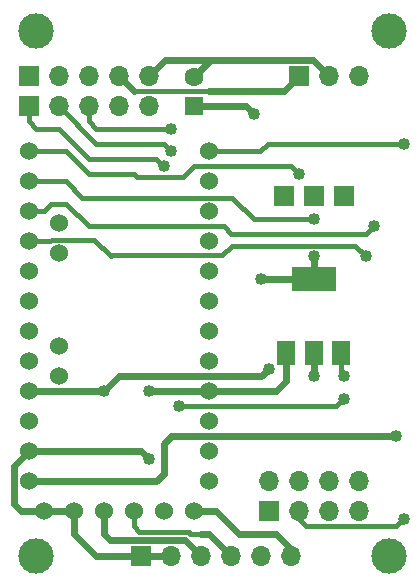
<source format=gbr>
%TF.GenerationSoftware,KiCad,Pcbnew,(5.1.6)-1*%
%TF.CreationDate,2020-12-25T18:58:44-03:00*%
%TF.ProjectId,nRF24L01_Arduino,6e524632-344c-4303-915f-41726475696e,rev?*%
%TF.SameCoordinates,Original*%
%TF.FileFunction,Copper,L1,Top*%
%TF.FilePolarity,Positive*%
%FSLAX46Y46*%
G04 Gerber Fmt 4.6, Leading zero omitted, Abs format (unit mm)*
G04 Created by KiCad (PCBNEW (5.1.6)-1) date 2020-12-25 18:58:44*
%MOMM*%
%LPD*%
G01*
G04 APERTURE LIST*
%TA.AperFunction,ComponentPad*%
%ADD10C,3.000000*%
%TD*%
%TA.AperFunction,ComponentPad*%
%ADD11R,1.700000X1.700000*%
%TD*%
%TA.AperFunction,ComponentPad*%
%ADD12O,1.700000X1.700000*%
%TD*%
%TA.AperFunction,ComponentPad*%
%ADD13C,1.524000*%
%TD*%
%TA.AperFunction,SMDPad,CuDef*%
%ADD14R,3.800000X2.000000*%
%TD*%
%TA.AperFunction,SMDPad,CuDef*%
%ADD15R,1.500000X2.000000*%
%TD*%
%TA.AperFunction,ComponentPad*%
%ADD16R,1.600000X1.600000*%
%TD*%
%TA.AperFunction,ComponentPad*%
%ADD17C,1.600000*%
%TD*%
%TA.AperFunction,ViaPad*%
%ADD18C,1.016000*%
%TD*%
%TA.AperFunction,Conductor*%
%ADD19C,0.609600*%
%TD*%
%TA.AperFunction,Conductor*%
%ADD20C,0.406400*%
%TD*%
G04 APERTURE END LIST*
D10*
%TO.P,J12,1*%
%TO.N,Net-(J12-Pad1)*%
X94615000Y-99060000D03*
%TD*%
%TO.P,J13,1*%
%TO.N,Net-(J13-Pad1)*%
X64770000Y-54610000D03*
%TD*%
%TO.P,J14,1*%
%TO.N,Net-(J14-Pad1)*%
X94615000Y-54610000D03*
%TD*%
%TO.P,J11,1*%
%TO.N,Net-(J11-Pad1)*%
X64770000Y-99060000D03*
%TD*%
D11*
%TO.P,J4,1*%
%TO.N,Earth*%
X73660000Y-99060000D03*
D12*
%TO.P,J4,2*%
X76200000Y-99060000D03*
%TO.P,J4,3*%
%TO.N,Net-(J1-Pad4)*%
X78740000Y-99060000D03*
%TO.P,J4,4*%
%TO.N,Net-(J4-Pad4)*%
X81280000Y-99060000D03*
%TO.P,J4,5*%
%TO.N,Net-(J4-Pad5)*%
X83820000Y-99060000D03*
%TO.P,J4,6*%
%TO.N,Net-(J4-Pad6)*%
X86360000Y-99060000D03*
%TD*%
D13*
%TO.P,Mod1,1*%
%TO.N,Earth*%
X65405000Y-95250000D03*
%TO.P,Mod1,2*%
X67945000Y-95250000D03*
%TO.P,Mod1,3*%
%TO.N,Net-(J1-Pad4)*%
X70485000Y-95250000D03*
%TO.P,Mod1,4*%
%TO.N,Net-(J4-Pad4)*%
X73025000Y-95250000D03*
%TO.P,Mod1,5*%
%TO.N,Net-(J4-Pad5)*%
X75565000Y-95250000D03*
%TO.P,Mod1,6*%
%TO.N,Net-(J4-Pad6)*%
X78105000Y-95250000D03*
%TO.P,Mod1,7*%
%TO.N,Net-(Mod1-Pad7)*%
X79375000Y-92710000D03*
%TO.P,Mod1,8*%
%TO.N,Net-(Mod1-Pad8)*%
X79375000Y-90170000D03*
%TO.P,Mod1,9*%
%TO.N,Net-(Mod1-Pad9)*%
X79375000Y-87630000D03*
%TO.P,Mod1,10*%
%TO.N,Earth*%
X79375000Y-85090000D03*
%TO.P,Mod1,11*%
%TO.N,/~IRQ*%
X79375000Y-82550000D03*
%TO.P,Mod1,12*%
%TO.N,Net-(J1-Pad1)*%
X79375000Y-80010000D03*
%TO.P,Mod1,13*%
%TO.N,Net-(J1-Pad2)*%
X79375000Y-77470000D03*
%TO.P,Mod1,14*%
%TO.N,Net-(J1-Pad3)*%
X79375000Y-74930000D03*
%TO.P,Mod1,15*%
%TO.N,Net-(Mod1-Pad15)*%
X79375000Y-72390000D03*
%TO.P,Mod1,16*%
%TO.N,Net-(Mod1-Pad16)*%
X79375000Y-69850000D03*
%TO.P,Mod1,17*%
%TO.N,Net-(Mod1-Pad17)*%
X79375000Y-67310000D03*
%TO.P,Mod1,18*%
%TO.N,/CE*%
X79375000Y-64770000D03*
%TO.P,Mod1,19*%
%TO.N,Net-(J3-Pad3)*%
X64135000Y-92710000D03*
%TO.P,Mod1,20*%
%TO.N,Earth*%
X64135000Y-90170000D03*
%TO.P,Mod1,21*%
%TO.N,Net-(Mod1-Pad21)*%
X64135000Y-87630000D03*
%TO.P,Mod1,22*%
%TO.N,Net-(J1-Pad4)*%
X64135000Y-85090000D03*
%TO.P,Mod1,23*%
%TO.N,Net-(Mod1-Pad23)*%
X64135000Y-82550000D03*
%TO.P,Mod1,24*%
%TO.N,Net-(J2-Pad3)*%
X64135000Y-80010000D03*
%TO.P,Mod1,25*%
%TO.N,Net-(J2-Pad2)*%
X64135000Y-77470000D03*
%TO.P,Mod1,26*%
%TO.N,Net-(J2-Pad1)*%
X64135000Y-74930000D03*
%TO.P,Mod1,27*%
%TO.N,/SCK*%
X64135000Y-72390000D03*
%TO.P,Mod1,28*%
%TO.N,/MISO*%
X64135000Y-69850000D03*
%TO.P,Mod1,29*%
%TO.N,/MOSI*%
X64135000Y-67310000D03*
%TO.P,Mod1,30*%
%TO.N,/CSN-CS*%
X64135000Y-64770000D03*
%TO.P,Mod1,31*%
%TO.N,N/C*%
X66675000Y-83820000D03*
%TO.P,Mod1,32*%
X66675000Y-81280000D03*
%TO.P,Mod1,34*%
X66675000Y-73406000D03*
%TO.P,Mod1,35*%
X66675000Y-70866000D03*
%TD*%
D14*
%TO.P,CI1,2*%
%TO.N,Net-(C1-Pad1)*%
X88265000Y-75590000D03*
D15*
X88265000Y-81890000D03*
%TO.P,CI1,3*%
%TO.N,Net-(CI1-Pad3)*%
X90565000Y-81890000D03*
%TO.P,CI1,1*%
%TO.N,Earth*%
X85965000Y-81890000D03*
%TD*%
D11*
%TO.P,J1,1*%
%TO.N,Net-(J1-Pad1)*%
X64135000Y-60960000D03*
D12*
%TO.P,J1,2*%
%TO.N,Net-(J1-Pad2)*%
X66675000Y-60960000D03*
%TO.P,J1,3*%
%TO.N,Net-(J1-Pad3)*%
X69215000Y-60960000D03*
%TO.P,J1,4*%
%TO.N,Net-(J1-Pad4)*%
X71755000Y-60960000D03*
%TO.P,J1,5*%
%TO.N,Earth*%
X74295000Y-60960000D03*
%TD*%
%TO.P,J2,5*%
%TO.N,Earth*%
X74295000Y-58420000D03*
%TO.P,J2,4*%
%TO.N,Net-(J1-Pad4)*%
X71755000Y-58420000D03*
%TO.P,J2,3*%
%TO.N,Net-(J2-Pad3)*%
X69215000Y-58420000D03*
%TO.P,J2,2*%
%TO.N,Net-(J2-Pad2)*%
X66675000Y-58420000D03*
D11*
%TO.P,J2,1*%
%TO.N,Net-(J2-Pad1)*%
X64135000Y-58420000D03*
%TD*%
%TO.P,JP1,1*%
%TO.N,Net-(J3-Pad3)*%
X90805000Y-68580000D03*
%TO.P,JP1,2*%
%TO.N,Net-(CI1-Pad3)*%
X88265000Y-68580000D03*
%TO.P,JP1,3*%
%TO.N,Net-(J1-Pad4)*%
X85725000Y-68580000D03*
%TD*%
%TO.P,Mod2,1*%
%TO.N,Earth*%
X84455000Y-95250000D03*
D12*
%TO.P,Mod2,2*%
%TO.N,Net-(C1-Pad1)*%
X84455000Y-92710000D03*
%TO.P,Mod2,3*%
%TO.N,/CE*%
X86995000Y-95250000D03*
%TO.P,Mod2,4*%
%TO.N,/CSN-CS*%
X86995000Y-92710000D03*
%TO.P,Mod2,5*%
%TO.N,/SCK*%
X89535000Y-95250000D03*
%TO.P,Mod2,6*%
%TO.N,/MOSI*%
X89535000Y-92710000D03*
%TO.P,Mod2,7*%
%TO.N,/MISO*%
X92075000Y-95250000D03*
%TO.P,Mod2,8*%
%TO.N,/~IRQ*%
X92075000Y-92710000D03*
%TD*%
D16*
%TO.P,C1,1*%
%TO.N,Net-(C1-Pad1)*%
X78105000Y-60960000D03*
D17*
%TO.P,C1,2*%
%TO.N,Earth*%
X78105000Y-58460000D03*
%TD*%
D11*
%TO.P,J3,1*%
%TO.N,Net-(J1-Pad4)*%
X86995000Y-58420000D03*
D12*
%TO.P,J3,2*%
%TO.N,Earth*%
X89535000Y-58420000D03*
%TO.P,J3,3*%
%TO.N,Net-(J3-Pad3)*%
X92075000Y-58420000D03*
%TD*%
D18*
%TO.N,Net-(C1-Pad1)*%
X83185000Y-61595000D03*
X83820000Y-75565000D03*
X88265000Y-73660000D03*
X88265000Y-83820000D03*
%TO.N,Net-(CI1-Pad3)*%
X90805000Y-83820000D03*
%TO.N,Earth*%
X74295000Y-85090000D03*
X74295000Y-90805000D03*
%TO.N,Net-(J1-Pad1)*%
X75565000Y-66040000D03*
%TO.N,Net-(J1-Pad2)*%
X76200000Y-64770000D03*
%TO.N,Net-(J1-Pad3)*%
X76200000Y-62865000D03*
%TO.N,Net-(J1-Pad4)*%
X70485000Y-85090000D03*
X84455000Y-83185000D03*
%TO.N,/~IRQ*%
X76835000Y-86360000D03*
X90805000Y-85725000D03*
%TO.N,/CE*%
X95885000Y-95885000D03*
X95885000Y-64135000D03*
%TO.N,/SCK*%
X92710000Y-73660000D03*
%TO.N,/MISO*%
X93345000Y-71120000D03*
%TO.N,/MOSI*%
X88265000Y-70485000D03*
%TO.N,/CSN-CS*%
X86995000Y-66675000D03*
%TO.N,Net-(J3-Pad3)*%
X95250000Y-88900000D03*
%TD*%
D19*
%TO.N,Net-(C1-Pad1)*%
X78105000Y-60960000D02*
X82550000Y-60960000D01*
X82550000Y-60960000D02*
X83185000Y-61595000D01*
X88240000Y-75565000D02*
X88265000Y-75590000D01*
X83820000Y-75565000D02*
X88240000Y-75565000D01*
X88265000Y-73660000D02*
X88265000Y-75590000D01*
X88265000Y-81890000D02*
X88265000Y-83820000D01*
D20*
%TO.N,Net-(CI1-Pad3)*%
X90565000Y-83580000D02*
X90805000Y-83820000D01*
X90565000Y-81890000D02*
X90565000Y-83580000D01*
D19*
%TO.N,Earth*%
X75649801Y-57065199D02*
X74295000Y-58420000D01*
X89535000Y-58420000D02*
X88180199Y-57065199D01*
X74295000Y-85090000D02*
X79375000Y-85090000D01*
X85965000Y-81890000D02*
X85965000Y-84215000D01*
X85965000Y-84215000D02*
X85090000Y-85090000D01*
X85090000Y-85090000D02*
X79375000Y-85090000D01*
X64135000Y-90170000D02*
X62865000Y-91440000D01*
X62865000Y-91440000D02*
X62865000Y-94615000D01*
X62865000Y-94615000D02*
X63500000Y-95250000D01*
X63500000Y-95250000D02*
X65405000Y-95250000D01*
X65405000Y-95250000D02*
X67945000Y-95250000D01*
X64135000Y-90170000D02*
X73660000Y-90170000D01*
X73660000Y-90170000D02*
X74295000Y-90805000D01*
X79499801Y-57065199D02*
X80094801Y-57065199D01*
X88180199Y-57065199D02*
X80094801Y-57065199D01*
X78105000Y-58460000D02*
X79499801Y-57065199D01*
X80094801Y-57065199D02*
X75649801Y-57065199D01*
X73660000Y-99060000D02*
X69850000Y-99060000D01*
X69850000Y-99060000D02*
X67945000Y-97155000D01*
X67945000Y-97155000D02*
X67945000Y-95250000D01*
X76200000Y-99060000D02*
X73660000Y-99060000D01*
D20*
%TO.N,Net-(J1-Pad1)*%
X74930000Y-65405000D02*
X69215000Y-65405000D01*
X66675000Y-62865000D02*
X64770000Y-62865000D01*
X75565000Y-66040000D02*
X74930000Y-65405000D01*
X69215000Y-65405000D02*
X66675000Y-62865000D01*
X64135000Y-62230000D02*
X64135000Y-60960000D01*
X64770000Y-62865000D02*
X64135000Y-62230000D01*
%TO.N,Net-(J1-Pad2)*%
X69850000Y-64135000D02*
X66675000Y-60960000D01*
X76200000Y-64770000D02*
X75565000Y-64135000D01*
X75565000Y-64135000D02*
X69850000Y-64135000D01*
%TO.N,Net-(J1-Pad3)*%
X76200000Y-62865000D02*
X69850000Y-62865000D01*
X69850000Y-62865000D02*
X69215000Y-62230000D01*
X69215000Y-62230000D02*
X69215000Y-60960000D01*
D19*
%TO.N,Net-(J1-Pad4)*%
X70485000Y-85090000D02*
X64135000Y-85090000D01*
X71755000Y-83820000D02*
X70485000Y-85090000D01*
X84455000Y-83185000D02*
X83820000Y-83820000D01*
X83820000Y-83820000D02*
X71755000Y-83820000D01*
X71755000Y-58420000D02*
X73025000Y-59690000D01*
D20*
X73025000Y-59690000D02*
X79375000Y-59690000D01*
D19*
X85725000Y-59690000D02*
X86995000Y-58420000D01*
X79375000Y-59690000D02*
X85725000Y-59690000D01*
X70485000Y-97155000D02*
X70485000Y-95250000D01*
X71035199Y-97705199D02*
X70485000Y-97155000D01*
X78740000Y-99060000D02*
X77385199Y-97705199D01*
X77385199Y-97705199D02*
X71035199Y-97705199D01*
D20*
%TO.N,/~IRQ*%
X76835000Y-86360000D02*
X90170000Y-86360000D01*
X90170000Y-86360000D02*
X90805000Y-85725000D01*
X90805000Y-85725000D02*
X90805000Y-85725000D01*
%TO.N,/CE*%
X86995000Y-95250000D02*
X86995000Y-95885000D01*
X86995000Y-95885000D02*
X87630000Y-96520000D01*
X87630000Y-96520000D02*
X95250000Y-96520000D01*
X95250000Y-96520000D02*
X95885000Y-95885000D01*
X95885000Y-95885000D02*
X95885000Y-95885000D01*
X83741422Y-64770000D02*
X79375000Y-64770000D01*
X84376422Y-64135000D02*
X83741422Y-64770000D01*
X95885000Y-64135000D02*
X84376422Y-64135000D01*
%TO.N,/SCK*%
X66121463Y-72252799D02*
X69712799Y-72252799D01*
X64135000Y-72390000D02*
X65984262Y-72390000D01*
X65984262Y-72390000D02*
X66121463Y-72252799D01*
X69712799Y-72252799D02*
X71120000Y-73660000D01*
X71224799Y-73555201D02*
X80540201Y-73555201D01*
X71120000Y-73660000D02*
X71224799Y-73555201D01*
X81346603Y-72748799D02*
X91798799Y-72748799D01*
X80540201Y-73555201D02*
X81346603Y-72748799D01*
X91798799Y-72748799D02*
X92710000Y-73660000D01*
X92710000Y-73660000D02*
X92710000Y-73660000D01*
%TO.N,/MISO*%
X65405000Y-69850000D02*
X64135000Y-69850000D01*
X66040000Y-69215000D02*
X65405000Y-69850000D01*
X67310000Y-69215000D02*
X66040000Y-69215000D01*
X92710000Y-71755000D02*
X81280000Y-71755000D01*
X93345000Y-71120000D02*
X92710000Y-71755000D01*
X81280000Y-71755000D02*
X80645000Y-71120000D01*
X80645000Y-71120000D02*
X69215000Y-71120000D01*
X69215000Y-71120000D02*
X67310000Y-69215000D01*
%TO.N,/MOSI*%
X81384799Y-68684799D02*
X83185000Y-70485000D01*
X68684799Y-68684799D02*
X81384799Y-68684799D01*
X64135000Y-67310000D02*
X67310000Y-67310000D01*
X67310000Y-67310000D02*
X68684799Y-68684799D01*
X83185000Y-70485000D02*
X88265000Y-70485000D01*
X88265000Y-70485000D02*
X88265000Y-70485000D01*
%TO.N,/CSN-CS*%
X64135000Y-64770000D02*
X67310000Y-64770000D01*
X67310000Y-64770000D02*
X69215000Y-66675000D01*
X69215000Y-66675000D02*
X73025000Y-66675000D01*
X73301201Y-66951201D02*
X77193799Y-66951201D01*
X73025000Y-66675000D02*
X73301201Y-66951201D01*
X77193799Y-66951201D02*
X78105000Y-66040000D01*
X78105000Y-66040000D02*
X86360000Y-66040000D01*
X86360000Y-66040000D02*
X86995000Y-66675000D01*
X86995000Y-66675000D02*
X86995000Y-66675000D01*
D19*
%TO.N,Net-(J3-Pad3)*%
X95250000Y-88900000D02*
X76835000Y-88900000D01*
X64135000Y-92710000D02*
X74930000Y-92710000D01*
X74930000Y-92710000D02*
X75565000Y-92075000D01*
X75565000Y-92075000D02*
X75565000Y-89535000D01*
X75565000Y-89535000D02*
X76200000Y-88900000D01*
X76200000Y-88900000D02*
X76835000Y-88900000D01*
%TO.N,Net-(J4-Pad4)*%
X81280000Y-99060000D02*
X79375000Y-97155000D01*
X79375000Y-97155000D02*
X78740000Y-97155000D01*
D20*
X77836277Y-97155000D02*
X77678466Y-96997189D01*
X78740000Y-97155000D02*
X77836277Y-97155000D01*
X77678466Y-96997189D02*
X73502189Y-96997189D01*
X73502189Y-96997189D02*
X73025000Y-96520000D01*
X73025000Y-96520000D02*
X73025000Y-95250000D01*
D19*
%TO.N,Net-(J4-Pad6)*%
X80010000Y-95250000D02*
X78105000Y-95250000D01*
X81915000Y-97155000D02*
X80010000Y-95250000D01*
X85090000Y-97155000D02*
X81915000Y-97155000D01*
X86360000Y-99060000D02*
X86360000Y-98425000D01*
X86360000Y-98425000D02*
X85090000Y-97155000D01*
%TD*%
M02*

</source>
